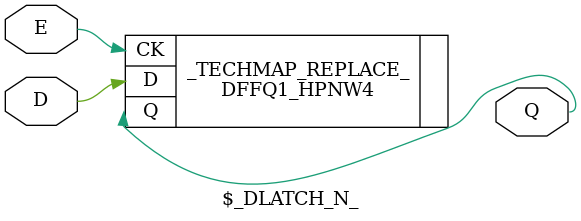
<source format=v>
module $_DLATCH_P_(input E, input D, output Q);
    DFFQ1_HPNW4 _TECHMAP_REPLACE_ (
        .D(D),
        .CK(E),
        .Q(Q)
        );
endmodule

module $_DLATCH_N_(input E, input D, output Q);
    DFFQ1_HPNW4 _TECHMAP_REPLACE_ (
        .D(D),
        .CK(E),
        .Q(Q)
        );
endmodule

</source>
